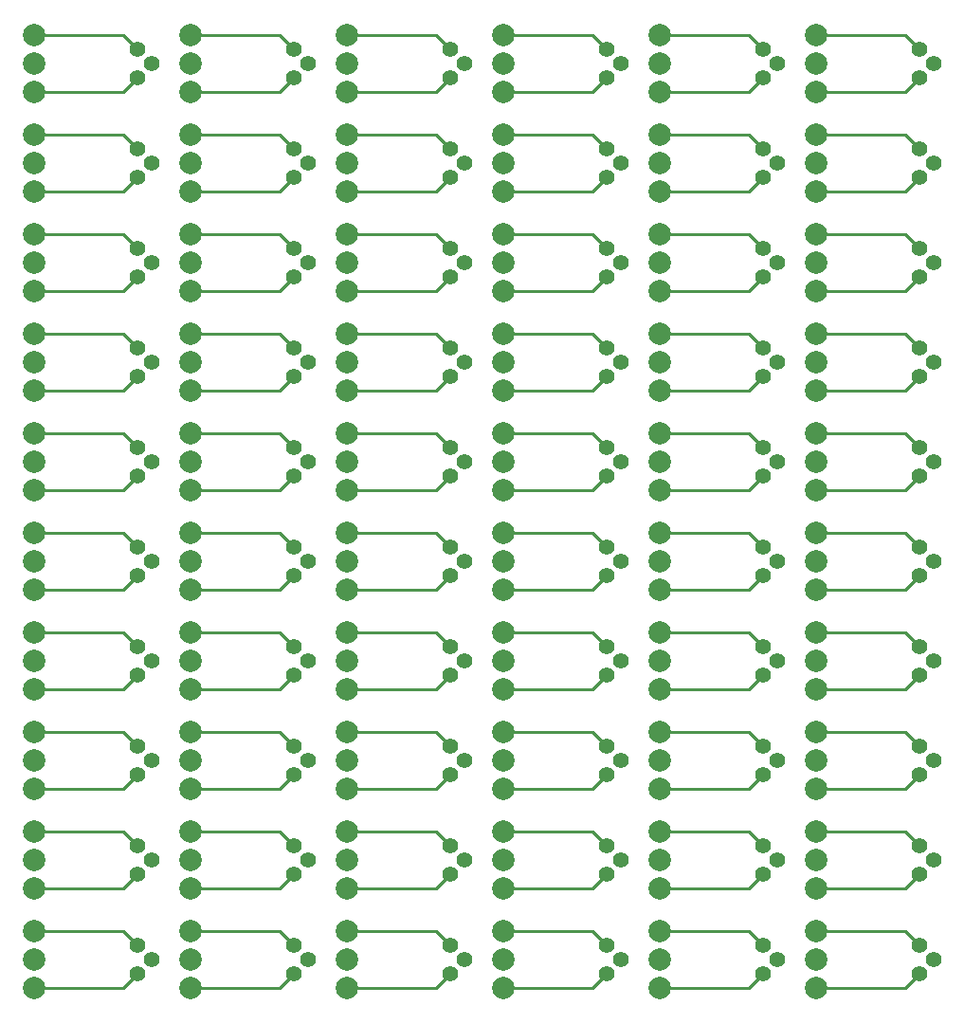
<source format=gbr>
%FSLAX34Y34*%
%MOMM*%
%LNCOPPER_BOTTOM*%
G71*
G01*
%ADD10C, 1.400*%
%ADD11C, 2.000*%
%ADD12C, 0.250*%
%LPD*%
X114300Y962025D02*
G54D10*
D03*
X127000Y949325D02*
G54D10*
D03*
X114300Y936625D02*
G54D10*
D03*
X22225Y949325D02*
G54D11*
D03*
X22225Y974725D02*
G54D11*
D03*
X22225Y923925D02*
G54D11*
D03*
G54D12*
X114300Y962025D02*
X101600Y974725D01*
X15875Y974725D01*
G54D12*
X114300Y936625D02*
X101600Y923925D01*
X15875Y923925D01*
X254000Y962025D02*
G54D10*
D03*
X266700Y949325D02*
G54D10*
D03*
X254000Y936625D02*
G54D10*
D03*
X161925Y949325D02*
G54D11*
D03*
X161925Y974725D02*
G54D11*
D03*
X161925Y923925D02*
G54D11*
D03*
G54D12*
X254000Y962025D02*
X241300Y974725D01*
X155575Y974725D01*
G54D12*
X254000Y936625D02*
X241300Y923925D01*
X155575Y923925D01*
X393700Y962025D02*
G54D10*
D03*
X406400Y949325D02*
G54D10*
D03*
X393700Y936625D02*
G54D10*
D03*
X301625Y949325D02*
G54D11*
D03*
X301625Y974725D02*
G54D11*
D03*
X301625Y923925D02*
G54D11*
D03*
G54D12*
X393700Y962025D02*
X381000Y974725D01*
X295275Y974725D01*
G54D12*
X393700Y936625D02*
X381000Y923925D01*
X295275Y923925D01*
X533400Y962025D02*
G54D10*
D03*
X546100Y949325D02*
G54D10*
D03*
X533400Y936625D02*
G54D10*
D03*
X441325Y949325D02*
G54D11*
D03*
X441325Y974725D02*
G54D11*
D03*
X441325Y923925D02*
G54D11*
D03*
G54D12*
X533400Y962025D02*
X520700Y974725D01*
X434975Y974725D01*
G54D12*
X533400Y936625D02*
X520700Y923925D01*
X434975Y923925D01*
X673100Y962025D02*
G54D10*
D03*
X685800Y949325D02*
G54D10*
D03*
X673100Y936625D02*
G54D10*
D03*
X581025Y949325D02*
G54D11*
D03*
X581025Y974725D02*
G54D11*
D03*
X581025Y923925D02*
G54D11*
D03*
G54D12*
X673100Y962025D02*
X660400Y974725D01*
X574675Y974725D01*
G54D12*
X673100Y936625D02*
X660400Y923925D01*
X574675Y923925D01*
X812800Y962025D02*
G54D10*
D03*
X825500Y949325D02*
G54D10*
D03*
X812800Y936625D02*
G54D10*
D03*
X720725Y949325D02*
G54D11*
D03*
X720725Y974725D02*
G54D11*
D03*
X720725Y923925D02*
G54D11*
D03*
G54D12*
X812800Y962025D02*
X800100Y974725D01*
X714375Y974725D01*
G54D12*
X812800Y936625D02*
X800100Y923925D01*
X714375Y923925D01*
X114300Y873125D02*
G54D10*
D03*
X127000Y860425D02*
G54D10*
D03*
X114300Y847725D02*
G54D10*
D03*
X22225Y860425D02*
G54D11*
D03*
X22225Y885825D02*
G54D11*
D03*
X22225Y835025D02*
G54D11*
D03*
G54D12*
X114300Y873125D02*
X101600Y885825D01*
X15875Y885825D01*
G54D12*
X114300Y847725D02*
X101600Y835025D01*
X15875Y835025D01*
X254000Y873125D02*
G54D10*
D03*
X266700Y860425D02*
G54D10*
D03*
X254000Y847725D02*
G54D10*
D03*
X161925Y860425D02*
G54D11*
D03*
X161925Y885825D02*
G54D11*
D03*
X161925Y835025D02*
G54D11*
D03*
G54D12*
X254000Y873125D02*
X241300Y885825D01*
X155575Y885825D01*
G54D12*
X254000Y847725D02*
X241300Y835025D01*
X155575Y835025D01*
X393700Y873125D02*
G54D10*
D03*
X406400Y860425D02*
G54D10*
D03*
X393700Y847725D02*
G54D10*
D03*
X301625Y860425D02*
G54D11*
D03*
X301625Y885825D02*
G54D11*
D03*
X301625Y835025D02*
G54D11*
D03*
G54D12*
X393700Y873125D02*
X381000Y885825D01*
X295275Y885825D01*
G54D12*
X393700Y847725D02*
X381000Y835025D01*
X295275Y835025D01*
X533400Y873125D02*
G54D10*
D03*
X546100Y860425D02*
G54D10*
D03*
X533400Y847725D02*
G54D10*
D03*
X441325Y860425D02*
G54D11*
D03*
X441325Y885825D02*
G54D11*
D03*
X441325Y835025D02*
G54D11*
D03*
G54D12*
X533400Y873125D02*
X520700Y885825D01*
X434975Y885825D01*
G54D12*
X533400Y847725D02*
X520700Y835025D01*
X434975Y835025D01*
X673100Y873125D02*
G54D10*
D03*
X685800Y860425D02*
G54D10*
D03*
X673100Y847725D02*
G54D10*
D03*
X581025Y860425D02*
G54D11*
D03*
X581025Y885825D02*
G54D11*
D03*
X581025Y835025D02*
G54D11*
D03*
G54D12*
X673100Y873125D02*
X660400Y885825D01*
X574675Y885825D01*
G54D12*
X673100Y847725D02*
X660400Y835025D01*
X574675Y835025D01*
X812800Y873125D02*
G54D10*
D03*
X825500Y860425D02*
G54D10*
D03*
X812800Y847725D02*
G54D10*
D03*
X720725Y860425D02*
G54D11*
D03*
X720725Y885825D02*
G54D11*
D03*
X720725Y835025D02*
G54D11*
D03*
G54D12*
X812800Y873125D02*
X800100Y885825D01*
X714375Y885825D01*
G54D12*
X812800Y847725D02*
X800100Y835025D01*
X714375Y835025D01*
X114300Y784225D02*
G54D10*
D03*
X127000Y771525D02*
G54D10*
D03*
X114300Y758825D02*
G54D10*
D03*
X22225Y771525D02*
G54D11*
D03*
X22225Y796925D02*
G54D11*
D03*
X22225Y746125D02*
G54D11*
D03*
G54D12*
X114300Y784225D02*
X101600Y796925D01*
X15875Y796925D01*
G54D12*
X114300Y758825D02*
X101600Y746125D01*
X15875Y746125D01*
X254000Y784225D02*
G54D10*
D03*
X266700Y771525D02*
G54D10*
D03*
X254000Y758825D02*
G54D10*
D03*
X161925Y771525D02*
G54D11*
D03*
X161925Y796925D02*
G54D11*
D03*
X161925Y746125D02*
G54D11*
D03*
G54D12*
X254000Y784225D02*
X241300Y796925D01*
X155575Y796925D01*
G54D12*
X254000Y758825D02*
X241300Y746125D01*
X155575Y746125D01*
X393700Y784225D02*
G54D10*
D03*
X406400Y771525D02*
G54D10*
D03*
X393700Y758825D02*
G54D10*
D03*
X301625Y771525D02*
G54D11*
D03*
X301625Y796925D02*
G54D11*
D03*
X301625Y746125D02*
G54D11*
D03*
G54D12*
X393700Y784225D02*
X381000Y796925D01*
X295275Y796925D01*
G54D12*
X393700Y758825D02*
X381000Y746125D01*
X295275Y746125D01*
X533400Y784225D02*
G54D10*
D03*
X546100Y771525D02*
G54D10*
D03*
X533400Y758825D02*
G54D10*
D03*
X441325Y771525D02*
G54D11*
D03*
X441325Y796925D02*
G54D11*
D03*
X441325Y746125D02*
G54D11*
D03*
G54D12*
X533400Y784225D02*
X520700Y796925D01*
X434975Y796925D01*
G54D12*
X533400Y758825D02*
X520700Y746125D01*
X434975Y746125D01*
X673100Y784225D02*
G54D10*
D03*
X685800Y771525D02*
G54D10*
D03*
X673100Y758825D02*
G54D10*
D03*
X581025Y771525D02*
G54D11*
D03*
X581025Y796925D02*
G54D11*
D03*
X581025Y746125D02*
G54D11*
D03*
G54D12*
X673100Y784225D02*
X660400Y796925D01*
X574675Y796925D01*
G54D12*
X673100Y758825D02*
X660400Y746125D01*
X574675Y746125D01*
X812800Y784225D02*
G54D10*
D03*
X825500Y771525D02*
G54D10*
D03*
X812800Y758825D02*
G54D10*
D03*
X720725Y771525D02*
G54D11*
D03*
X720725Y796925D02*
G54D11*
D03*
X720725Y746125D02*
G54D11*
D03*
G54D12*
X812800Y784225D02*
X800100Y796925D01*
X714375Y796925D01*
G54D12*
X812800Y758825D02*
X800100Y746125D01*
X714375Y746125D01*
X114300Y695325D02*
G54D10*
D03*
X127000Y682625D02*
G54D10*
D03*
X114300Y669925D02*
G54D10*
D03*
X22225Y682625D02*
G54D11*
D03*
X22225Y708025D02*
G54D11*
D03*
X22225Y657225D02*
G54D11*
D03*
G54D12*
X114300Y695325D02*
X101600Y708025D01*
X15875Y708025D01*
G54D12*
X114300Y669925D02*
X101600Y657225D01*
X15875Y657225D01*
X254000Y695325D02*
G54D10*
D03*
X266700Y682625D02*
G54D10*
D03*
X254000Y669925D02*
G54D10*
D03*
X161925Y682625D02*
G54D11*
D03*
X161925Y708025D02*
G54D11*
D03*
X161925Y657225D02*
G54D11*
D03*
G54D12*
X254000Y695325D02*
X241300Y708025D01*
X155575Y708025D01*
G54D12*
X254000Y669925D02*
X241300Y657225D01*
X155575Y657225D01*
X393700Y695325D02*
G54D10*
D03*
X406400Y682625D02*
G54D10*
D03*
X393700Y669925D02*
G54D10*
D03*
X301625Y682625D02*
G54D11*
D03*
X301625Y708025D02*
G54D11*
D03*
X301625Y657225D02*
G54D11*
D03*
G54D12*
X393700Y695325D02*
X381000Y708025D01*
X295275Y708025D01*
G54D12*
X393700Y669925D02*
X381000Y657225D01*
X295275Y657225D01*
X533400Y695325D02*
G54D10*
D03*
X546100Y682625D02*
G54D10*
D03*
X533400Y669925D02*
G54D10*
D03*
X441325Y682625D02*
G54D11*
D03*
X441325Y708025D02*
G54D11*
D03*
X441325Y657225D02*
G54D11*
D03*
G54D12*
X533400Y695325D02*
X520700Y708025D01*
X434975Y708025D01*
G54D12*
X533400Y669925D02*
X520700Y657225D01*
X434975Y657225D01*
X673100Y695325D02*
G54D10*
D03*
X685800Y682625D02*
G54D10*
D03*
X673100Y669925D02*
G54D10*
D03*
X581025Y682625D02*
G54D11*
D03*
X581025Y708025D02*
G54D11*
D03*
X581025Y657225D02*
G54D11*
D03*
G54D12*
X673100Y695325D02*
X660400Y708025D01*
X574675Y708025D01*
G54D12*
X673100Y669925D02*
X660400Y657225D01*
X574675Y657225D01*
X812800Y695325D02*
G54D10*
D03*
X825500Y682625D02*
G54D10*
D03*
X812800Y669925D02*
G54D10*
D03*
X720725Y682625D02*
G54D11*
D03*
X720725Y708025D02*
G54D11*
D03*
X720725Y657225D02*
G54D11*
D03*
G54D12*
X812800Y695325D02*
X800100Y708025D01*
X714375Y708025D01*
G54D12*
X812800Y669925D02*
X800100Y657225D01*
X714375Y657225D01*
X114300Y606425D02*
G54D10*
D03*
X127000Y593725D02*
G54D10*
D03*
X114300Y581025D02*
G54D10*
D03*
X22225Y593725D02*
G54D11*
D03*
X22225Y619125D02*
G54D11*
D03*
X22225Y568325D02*
G54D11*
D03*
G54D12*
X114300Y606425D02*
X101600Y619125D01*
X15875Y619125D01*
G54D12*
X114300Y581025D02*
X101600Y568325D01*
X15875Y568325D01*
X254000Y606425D02*
G54D10*
D03*
X266700Y593725D02*
G54D10*
D03*
X254000Y581025D02*
G54D10*
D03*
X161925Y593725D02*
G54D11*
D03*
X161925Y619125D02*
G54D11*
D03*
X161925Y568325D02*
G54D11*
D03*
G54D12*
X254000Y606425D02*
X241300Y619125D01*
X155575Y619125D01*
G54D12*
X254000Y581025D02*
X241300Y568325D01*
X155575Y568325D01*
X393700Y606425D02*
G54D10*
D03*
X406400Y593725D02*
G54D10*
D03*
X393700Y581025D02*
G54D10*
D03*
X301625Y593725D02*
G54D11*
D03*
X301625Y619125D02*
G54D11*
D03*
X301625Y568325D02*
G54D11*
D03*
G54D12*
X393700Y606425D02*
X381000Y619125D01*
X295275Y619125D01*
G54D12*
X393700Y581025D02*
X381000Y568325D01*
X295275Y568325D01*
X533400Y606425D02*
G54D10*
D03*
X546100Y593725D02*
G54D10*
D03*
X533400Y581025D02*
G54D10*
D03*
X441325Y593725D02*
G54D11*
D03*
X441325Y619125D02*
G54D11*
D03*
X441325Y568325D02*
G54D11*
D03*
G54D12*
X533400Y606425D02*
X520700Y619125D01*
X434975Y619125D01*
G54D12*
X533400Y581025D02*
X520700Y568325D01*
X434975Y568325D01*
X673100Y606425D02*
G54D10*
D03*
X685800Y593725D02*
G54D10*
D03*
X673100Y581025D02*
G54D10*
D03*
X581025Y593725D02*
G54D11*
D03*
X581025Y619125D02*
G54D11*
D03*
X581025Y568325D02*
G54D11*
D03*
G54D12*
X673100Y606425D02*
X660400Y619125D01*
X574675Y619125D01*
G54D12*
X673100Y581025D02*
X660400Y568325D01*
X574675Y568325D01*
X812800Y606425D02*
G54D10*
D03*
X825500Y593725D02*
G54D10*
D03*
X812800Y581025D02*
G54D10*
D03*
X720725Y593725D02*
G54D11*
D03*
X720725Y619125D02*
G54D11*
D03*
X720725Y568325D02*
G54D11*
D03*
G54D12*
X812800Y606425D02*
X800100Y619125D01*
X714375Y619125D01*
G54D12*
X812800Y581025D02*
X800100Y568325D01*
X714375Y568325D01*
X114300Y517525D02*
G54D10*
D03*
X127000Y504825D02*
G54D10*
D03*
X114300Y492125D02*
G54D10*
D03*
X22225Y504825D02*
G54D11*
D03*
X22225Y530225D02*
G54D11*
D03*
X22225Y479425D02*
G54D11*
D03*
G54D12*
X114300Y517525D02*
X101600Y530225D01*
X15875Y530225D01*
G54D12*
X114300Y492125D02*
X101600Y479425D01*
X15875Y479425D01*
X254000Y517525D02*
G54D10*
D03*
X266700Y504825D02*
G54D10*
D03*
X254000Y492125D02*
G54D10*
D03*
X161925Y504825D02*
G54D11*
D03*
X161925Y530225D02*
G54D11*
D03*
X161925Y479425D02*
G54D11*
D03*
G54D12*
X254000Y517525D02*
X241300Y530225D01*
X155575Y530225D01*
G54D12*
X254000Y492125D02*
X241300Y479425D01*
X155575Y479425D01*
X393700Y517525D02*
G54D10*
D03*
X406400Y504825D02*
G54D10*
D03*
X393700Y492125D02*
G54D10*
D03*
X301625Y504825D02*
G54D11*
D03*
X301625Y530225D02*
G54D11*
D03*
X301625Y479425D02*
G54D11*
D03*
G54D12*
X393700Y517525D02*
X381000Y530225D01*
X295275Y530225D01*
G54D12*
X393700Y492125D02*
X381000Y479425D01*
X295275Y479425D01*
X533400Y517525D02*
G54D10*
D03*
X546100Y504825D02*
G54D10*
D03*
X533400Y492125D02*
G54D10*
D03*
X441325Y504825D02*
G54D11*
D03*
X441325Y530225D02*
G54D11*
D03*
X441325Y479425D02*
G54D11*
D03*
G54D12*
X533400Y517525D02*
X520700Y530225D01*
X434975Y530225D01*
G54D12*
X533400Y492125D02*
X520700Y479425D01*
X434975Y479425D01*
X673100Y517525D02*
G54D10*
D03*
X685800Y504825D02*
G54D10*
D03*
X673100Y492125D02*
G54D10*
D03*
X581025Y504825D02*
G54D11*
D03*
X581025Y530225D02*
G54D11*
D03*
X581025Y479425D02*
G54D11*
D03*
G54D12*
X673100Y517525D02*
X660400Y530225D01*
X574675Y530225D01*
G54D12*
X673100Y492125D02*
X660400Y479425D01*
X574675Y479425D01*
X812800Y517525D02*
G54D10*
D03*
X825500Y504825D02*
G54D10*
D03*
X812800Y492125D02*
G54D10*
D03*
X720725Y504825D02*
G54D11*
D03*
X720725Y530225D02*
G54D11*
D03*
X720725Y479425D02*
G54D11*
D03*
G54D12*
X812800Y517525D02*
X800100Y530225D01*
X714375Y530225D01*
G54D12*
X812800Y492125D02*
X800100Y479425D01*
X714375Y479425D01*
X114300Y428625D02*
G54D10*
D03*
X127000Y415925D02*
G54D10*
D03*
X114300Y403225D02*
G54D10*
D03*
X22225Y415925D02*
G54D11*
D03*
X22225Y441325D02*
G54D11*
D03*
X22225Y390525D02*
G54D11*
D03*
G54D12*
X114300Y428625D02*
X101600Y441325D01*
X15875Y441325D01*
G54D12*
X114300Y403225D02*
X101600Y390525D01*
X15875Y390525D01*
X254000Y428625D02*
G54D10*
D03*
X266700Y415925D02*
G54D10*
D03*
X254000Y403225D02*
G54D10*
D03*
X161925Y415925D02*
G54D11*
D03*
X161925Y441325D02*
G54D11*
D03*
X161925Y390525D02*
G54D11*
D03*
G54D12*
X254000Y428625D02*
X241300Y441325D01*
X155575Y441325D01*
G54D12*
X254000Y403225D02*
X241300Y390525D01*
X155575Y390525D01*
X393700Y428625D02*
G54D10*
D03*
X406400Y415925D02*
G54D10*
D03*
X393700Y403225D02*
G54D10*
D03*
X301625Y415925D02*
G54D11*
D03*
X301625Y441325D02*
G54D11*
D03*
X301625Y390525D02*
G54D11*
D03*
G54D12*
X393700Y428625D02*
X381000Y441325D01*
X295275Y441325D01*
G54D12*
X393700Y403225D02*
X381000Y390525D01*
X295275Y390525D01*
X533400Y428625D02*
G54D10*
D03*
X546100Y415925D02*
G54D10*
D03*
X533400Y403225D02*
G54D10*
D03*
X441325Y415925D02*
G54D11*
D03*
X441325Y441325D02*
G54D11*
D03*
X441325Y390525D02*
G54D11*
D03*
G54D12*
X533400Y428625D02*
X520700Y441325D01*
X434975Y441325D01*
G54D12*
X533400Y403225D02*
X520700Y390525D01*
X434975Y390525D01*
X673100Y428625D02*
G54D10*
D03*
X685800Y415925D02*
G54D10*
D03*
X673100Y403225D02*
G54D10*
D03*
X581025Y415925D02*
G54D11*
D03*
X581025Y441325D02*
G54D11*
D03*
X581025Y390525D02*
G54D11*
D03*
G54D12*
X673100Y428625D02*
X660400Y441325D01*
X574675Y441325D01*
G54D12*
X673100Y403225D02*
X660400Y390525D01*
X574675Y390525D01*
X812800Y428625D02*
G54D10*
D03*
X825500Y415925D02*
G54D10*
D03*
X812800Y403225D02*
G54D10*
D03*
X720725Y415925D02*
G54D11*
D03*
X720725Y441325D02*
G54D11*
D03*
X720725Y390525D02*
G54D11*
D03*
G54D12*
X812800Y428625D02*
X800100Y441325D01*
X714375Y441325D01*
G54D12*
X812800Y403225D02*
X800100Y390525D01*
X714375Y390525D01*
X114300Y339725D02*
G54D10*
D03*
X127000Y327025D02*
G54D10*
D03*
X114300Y314325D02*
G54D10*
D03*
X22225Y327025D02*
G54D11*
D03*
X22225Y352425D02*
G54D11*
D03*
X22225Y301625D02*
G54D11*
D03*
G54D12*
X114300Y339725D02*
X101600Y352425D01*
X15875Y352425D01*
G54D12*
X114300Y314325D02*
X101600Y301625D01*
X15875Y301625D01*
X254000Y339725D02*
G54D10*
D03*
X266700Y327025D02*
G54D10*
D03*
X254000Y314325D02*
G54D10*
D03*
X161925Y327025D02*
G54D11*
D03*
X161925Y352425D02*
G54D11*
D03*
X161925Y301625D02*
G54D11*
D03*
G54D12*
X254000Y339725D02*
X241300Y352425D01*
X155575Y352425D01*
G54D12*
X254000Y314325D02*
X241300Y301625D01*
X155575Y301625D01*
X393700Y339725D02*
G54D10*
D03*
X406400Y327025D02*
G54D10*
D03*
X393700Y314325D02*
G54D10*
D03*
X301625Y327025D02*
G54D11*
D03*
X301625Y352425D02*
G54D11*
D03*
X301625Y301625D02*
G54D11*
D03*
G54D12*
X393700Y339725D02*
X381000Y352425D01*
X295275Y352425D01*
G54D12*
X393700Y314325D02*
X381000Y301625D01*
X295275Y301625D01*
X533400Y339725D02*
G54D10*
D03*
X546100Y327025D02*
G54D10*
D03*
X533400Y314325D02*
G54D10*
D03*
X441325Y327025D02*
G54D11*
D03*
X441325Y352425D02*
G54D11*
D03*
X441325Y301625D02*
G54D11*
D03*
G54D12*
X533400Y339725D02*
X520700Y352425D01*
X434975Y352425D01*
G54D12*
X533400Y314325D02*
X520700Y301625D01*
X434975Y301625D01*
X673100Y339725D02*
G54D10*
D03*
X685800Y327025D02*
G54D10*
D03*
X673100Y314325D02*
G54D10*
D03*
X581025Y327025D02*
G54D11*
D03*
X581025Y352425D02*
G54D11*
D03*
X581025Y301625D02*
G54D11*
D03*
G54D12*
X673100Y339725D02*
X660400Y352425D01*
X574675Y352425D01*
G54D12*
X673100Y314325D02*
X660400Y301625D01*
X574675Y301625D01*
X812800Y339725D02*
G54D10*
D03*
X825500Y327025D02*
G54D10*
D03*
X812800Y314325D02*
G54D10*
D03*
X720725Y327025D02*
G54D11*
D03*
X720725Y352425D02*
G54D11*
D03*
X720725Y301625D02*
G54D11*
D03*
G54D12*
X812800Y339725D02*
X800100Y352425D01*
X714375Y352425D01*
G54D12*
X812800Y314325D02*
X800100Y301625D01*
X714375Y301625D01*
X114300Y250825D02*
G54D10*
D03*
X127000Y238125D02*
G54D10*
D03*
X114300Y225425D02*
G54D10*
D03*
X22225Y238125D02*
G54D11*
D03*
X22225Y263525D02*
G54D11*
D03*
X22225Y212725D02*
G54D11*
D03*
G54D12*
X114300Y250825D02*
X101600Y263525D01*
X15875Y263525D01*
G54D12*
X114300Y225425D02*
X101600Y212725D01*
X15875Y212725D01*
X254000Y250825D02*
G54D10*
D03*
X266700Y238125D02*
G54D10*
D03*
X254000Y225425D02*
G54D10*
D03*
X161925Y238125D02*
G54D11*
D03*
X161925Y263525D02*
G54D11*
D03*
X161925Y212725D02*
G54D11*
D03*
G54D12*
X254000Y250825D02*
X241300Y263525D01*
X155575Y263525D01*
G54D12*
X254000Y225425D02*
X241300Y212725D01*
X155575Y212725D01*
X393700Y250825D02*
G54D10*
D03*
X406400Y238125D02*
G54D10*
D03*
X393700Y225425D02*
G54D10*
D03*
X301625Y238125D02*
G54D11*
D03*
X301625Y263525D02*
G54D11*
D03*
X301625Y212725D02*
G54D11*
D03*
G54D12*
X393700Y250825D02*
X381000Y263525D01*
X295275Y263525D01*
G54D12*
X393700Y225425D02*
X381000Y212725D01*
X295275Y212725D01*
X533400Y250825D02*
G54D10*
D03*
X546100Y238125D02*
G54D10*
D03*
X533400Y225425D02*
G54D10*
D03*
X441325Y238125D02*
G54D11*
D03*
X441325Y263525D02*
G54D11*
D03*
X441325Y212725D02*
G54D11*
D03*
G54D12*
X533400Y250825D02*
X520700Y263525D01*
X434975Y263525D01*
G54D12*
X533400Y225425D02*
X520700Y212725D01*
X434975Y212725D01*
X673100Y250825D02*
G54D10*
D03*
X685800Y238125D02*
G54D10*
D03*
X673100Y225425D02*
G54D10*
D03*
X581025Y238125D02*
G54D11*
D03*
X581025Y263525D02*
G54D11*
D03*
X581025Y212725D02*
G54D11*
D03*
G54D12*
X673100Y250825D02*
X660400Y263525D01*
X574675Y263525D01*
G54D12*
X673100Y225425D02*
X660400Y212725D01*
X574675Y212725D01*
X812800Y250825D02*
G54D10*
D03*
X825500Y238125D02*
G54D10*
D03*
X812800Y225425D02*
G54D10*
D03*
X720725Y238125D02*
G54D11*
D03*
X720725Y263525D02*
G54D11*
D03*
X720725Y212725D02*
G54D11*
D03*
G54D12*
X812800Y250825D02*
X800100Y263525D01*
X714375Y263525D01*
G54D12*
X812800Y225425D02*
X800100Y212725D01*
X714375Y212725D01*
X114300Y161925D02*
G54D10*
D03*
X127000Y149225D02*
G54D10*
D03*
X114300Y136525D02*
G54D10*
D03*
X22225Y149225D02*
G54D11*
D03*
X22225Y174625D02*
G54D11*
D03*
X22225Y123825D02*
G54D11*
D03*
G54D12*
X114300Y161925D02*
X101600Y174625D01*
X15875Y174625D01*
G54D12*
X114300Y136525D02*
X101600Y123825D01*
X15875Y123825D01*
X254000Y161925D02*
G54D10*
D03*
X266700Y149225D02*
G54D10*
D03*
X254000Y136525D02*
G54D10*
D03*
X161925Y149225D02*
G54D11*
D03*
X161925Y174625D02*
G54D11*
D03*
X161925Y123825D02*
G54D11*
D03*
G54D12*
X254000Y161925D02*
X241300Y174625D01*
X155575Y174625D01*
G54D12*
X254000Y136525D02*
X241300Y123825D01*
X155575Y123825D01*
X393700Y161925D02*
G54D10*
D03*
X406400Y149225D02*
G54D10*
D03*
X393700Y136525D02*
G54D10*
D03*
X301625Y149225D02*
G54D11*
D03*
X301625Y174625D02*
G54D11*
D03*
X301625Y123825D02*
G54D11*
D03*
G54D12*
X393700Y161925D02*
X381000Y174625D01*
X295275Y174625D01*
G54D12*
X393700Y136525D02*
X381000Y123825D01*
X295275Y123825D01*
X533400Y161925D02*
G54D10*
D03*
X546100Y149225D02*
G54D10*
D03*
X533400Y136525D02*
G54D10*
D03*
X441325Y149225D02*
G54D11*
D03*
X441325Y174625D02*
G54D11*
D03*
X441325Y123825D02*
G54D11*
D03*
G54D12*
X533400Y161925D02*
X520700Y174625D01*
X434975Y174625D01*
G54D12*
X533400Y136525D02*
X520700Y123825D01*
X434975Y123825D01*
X673100Y161925D02*
G54D10*
D03*
X685800Y149225D02*
G54D10*
D03*
X673100Y136525D02*
G54D10*
D03*
X581025Y149225D02*
G54D11*
D03*
X581025Y174625D02*
G54D11*
D03*
X581025Y123825D02*
G54D11*
D03*
G54D12*
X673100Y161925D02*
X660400Y174625D01*
X574675Y174625D01*
G54D12*
X673100Y136525D02*
X660400Y123825D01*
X574675Y123825D01*
X812800Y161925D02*
G54D10*
D03*
X825500Y149225D02*
G54D10*
D03*
X812800Y136525D02*
G54D10*
D03*
X720725Y149225D02*
G54D11*
D03*
X720725Y174625D02*
G54D11*
D03*
X720725Y123825D02*
G54D11*
D03*
G54D12*
X812800Y161925D02*
X800100Y174625D01*
X714375Y174625D01*
G54D12*
X812800Y136525D02*
X800100Y123825D01*
X714375Y123825D01*
M02*

</source>
